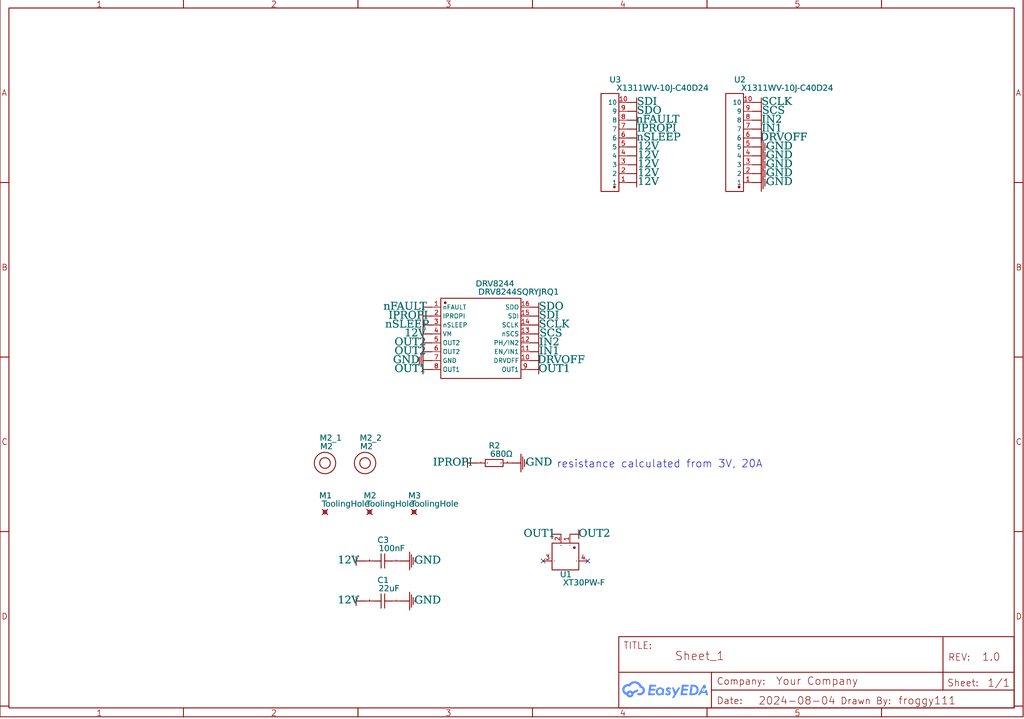
<source format=kicad_sch>
(kicad_sch (version 20231120) (generator "eeschema") (generator_version "8.0")
  (paper "User" 292.1 205.105)
  (lib_symbols
    (symbol "0603WAF6800T5E"
      (property "Reference" "R2" (at -1.4986 5.7785 0))
      (property "Value" "680Ω" (at -1.4986 3.4671 0))
      (symbol "0603WAF6800T5E_0_0"
        (pin input line (at -5.08 0 0) (length 2.54) (name "1") (number "1"))
        (pin input line (at 5.08 0 180) (length 2.54) (name "2") (number "2"))
      )
    )
    (symbol "12V" (power) (pin_numbers hide) (pin_names hide)
      (property "Value" "12V" (at 0 3.81 0))
      (symbol "12V_0_0"
        (pin power_in line (at 0 0 270) (length 0) (name "12V") (number "1"))
      )
    )
    (symbol "CL05B104KB54PNC"
      (property "Reference" "C3" (at -1.4986 6.7945 0))
      (property "Value" "100nF" (at -1.4986 4.4831 0))
      (symbol "CL05B104KB54PNC_0_0"
        (pin unspecified line (at -5.08 0 0) (length 2.54) (name "1") (number "1"))
        (pin unspecified line (at 5.08 0 180) (length 2.54) (name "2") (number "2"))
      )
    )
    (symbol "CL21A226MAQNNNE"
      (property "Reference" "C1" (at -1.4986 6.7691 0))
      (property "Value" "22uF" (at -1.4986 4.4831 0))
      (symbol "CL21A226MAQNNNE_0_0"
        (pin unspecified line (at -5.08 0 0) (length 2.54) (name "1") (number "1"))
        (pin unspecified line (at 5.08 0 180) (length 2.54) (name "2") (number "2"))
      )
    )
    (symbol "DRV8244SQRYJRQ1"
      (property "Reference" "DRV8244" (at -1.4478 16.4211 0))
      (property "Value" "DRV8244SQRYJRQ1" (at -1.4478 14.1351 0))
      (symbol "DRV8244SQRYJRQ1_0_0"
        (pin unspecified line (at -13.97 8.89 0) (length 2.54) (name "nFAULT") (number "1"))
        (pin unspecified line (at 13.97 -6.35 180) (length 2.54) (name "DRVOFF") (number "10"))
        (pin unspecified line (at 13.97 -3.81 180) (length 2.54) (name "EN/IN1") (number "11"))
        (pin unspecified line (at 13.97 -1.27 180) (length 2.54) (name "PH/IN2") (number "12"))
        (pin unspecified line (at 13.97 1.27 180) (length 2.54) (name "nSCS") (number "13"))
        (pin unspecified line (at 13.97 3.81 180) (length 2.54) (name "SCLK") (number "14"))
        (pin unspecified line (at 13.97 6.35 180) (length 2.54) (name "SDI") (number "15"))
        (pin unspecified line (at 13.97 8.89 180) (length 2.54) (name "SDO") (number "16"))
        (pin unspecified line (at -13.97 6.35 0) (length 2.54) (name "IPROPI") (number "2"))
        (pin unspecified line (at -13.97 3.81 0) (length 2.54) (name "nSLEEP") (number "3"))
        (pin unspecified line (at -13.97 1.27 0) (length 2.54) (name "VM") (number "4"))
        (pin unspecified line (at -13.97 -1.27 0) (length 2.54) (name "OUT2") (number "5"))
        (pin unspecified line (at -13.97 -3.81 0) (length 2.54) (name "OUT2") (number "6"))
        (pin unspecified line (at -13.97 -6.35 0) (length 2.54) (name "GND") (number "7"))
        (pin unspecified line (at -13.97 -8.89 0) (length 2.54) (name "OUT1") (number "8"))
        (pin unspecified line (at 13.97 -8.89 180) (length 2.54) (name "OUT1") (number "9"))
      )
    )
    (symbol "DRVOFF" (power) (pin_numbers hide) (pin_names hide)
      (property "Value" "DRVOFF" (at 0 3.81 0))
      (symbol "DRVOFF_0_0"
        (pin power_in line (at 0 0 270) (length 0) (name "DRVOFF") (number "1"))
      )
    )
    (symbol "GND" (power) (pin_numbers hide) (pin_names hide)
      (property "Value" "GND" (at 0 6.35 0))
      (symbol "GND_0_0"
        (pin power_in line (at 0 0 270) (length 0) (name "GND") (number "1"))
      )
    )
    (symbol "IN1" (power) (pin_numbers hide) (pin_names hide)
      (property "Value" "IN1" (at 0 3.81 0))
      (symbol "IN1_0_0"
        (pin power_in line (at 0 0 270) (length 0) (name "IN1") (number "1"))
      )
    )
    (symbol "IN2" (power) (pin_numbers hide) (pin_names hide)
      (property "Value" "IN2" (at 0 3.81 0))
      (symbol "IN2_0_0"
        (pin power_in line (at 0 0 270) (length 0) (name "IN2") (number "1"))
      )
    )
    (symbol "IPROPI" (power) (pin_numbers hide) (pin_names hide)
      (property "Value" "IPROPI" (at 0 3.81 0))
      (symbol "IPROPI_0_0"
        (pin power_in line (at 0 0 270) (length 0) (name "IPROPI") (number "1"))
      )
    )
    (symbol "M2"
      (property "Reference" "M2_1" (at -1.4986 7.9883 0))
      (property "Value" "M2" (at -1.4986 5.6261 0))
    )
    (symbol "M2_1"
      (property "Reference" "M2_2" (at -1.4986 7.9883 0))
      (property "Value" "M2" (at -1.4986 5.6261 0))
    )
    (symbol "OUT1" (power) (pin_numbers hide) (pin_names hide)
      (property "Value" "OUT1" (at 0 3.81 0))
      (symbol "OUT1_0_0"
        (pin power_in line (at 0 0 270) (length 0) (name "OUT1") (number "1"))
      )
    )
    (symbol "OUT2" (power) (pin_numbers hide) (pin_names hide)
      (property "Value" "OUT2" (at 0 3.81 0))
      (symbol "OUT2_0_0"
        (pin power_in line (at 0 0 270) (length 0) (name "OUT2") (number "1"))
      )
    )
    (symbol "SCLK" (power) (pin_numbers hide) (pin_names hide)
      (property "Value" "SCLK" (at 0 3.81 0))
      (symbol "SCLK_0_0"
        (pin power_in line (at 0 0 270) (length 0) (name "SCLK") (number "1"))
      )
    )
    (symbol "SCS" (power) (pin_numbers hide) (pin_names hide)
      (property "Value" "SCS" (at 0 3.81 0))
      (symbol "SCS_0_0"
        (pin power_in line (at 0 0 270) (length 0) (name "SCS") (number "1"))
      )
    )
    (symbol "SDI" (power) (pin_numbers hide) (pin_names hide)
      (property "Value" "SDI" (at 0 3.81 0))
      (symbol "SDI_0_0"
        (pin power_in line (at 0 0 270) (length 0) (name "SDI") (number "1"))
      )
    )
    (symbol "SDO" (power) (pin_numbers hide) (pin_names hide)
      (property "Value" "SDO" (at 0 3.81 0))
      (symbol "SDO_0_0"
        (pin power_in line (at 0 0 270) (length 0) (name "SDO") (number "1"))
      )
    )
    (symbol "ToolingHole"
      (property "Reference" "M3" (at -1.6256 5.4991 0))
      (property "Value" "ToolingHole" (at -1.6256 3.2131 0))
    )
    (symbol "ToolingHole_1"
      (property "Reference" "M2" (at -1.6256 5.4991 0))
      (property "Value" "ToolingHole" (at -1.6256 3.2131 0))
    )
    (symbol "ToolingHole_2"
      (property "Reference" "M1" (at -1.6256 5.4991 0))
      (property "Value" "ToolingHole" (at -1.6256 3.2131 0))
    )
    (symbol "Unknown_0_-806"
      (symbol "Unknown_0_-806_0_0"
        (text "1" (at 27.432 -202.6539 0) (effects (font (size 1.6891 1.6891)) (justify left top)))
        (text "1" (at 27.432 -0.4699 0) (effects (font (size 1.6891 1.6891)) (justify left top)))
        (text "1.0" (at 280.0604 -186.3471 0) (effects (font (size 2.1717 2.1717)) (justify left top)))
        (text "1/1" (at 281.5844 -193.7639 0) (effects (font (size 2.1717 2.1717)) (justify left top)))
        (text "2" (at 77.216 -202.6539 0) (effects (font (size 1.6891 1.6891)) (justify left top)))
        (text "2" (at 77.216 -0.4699 0) (effects (font (size 1.6891 1.6891)) (justify left top)))
        (text "2024-08-04" (at 216.3064 -198.8439 0) (effects (font (size 2.1717 2.1717)) (justify left top)))
        (text "3" (at 127 -202.6539 0) (effects (font (size 1.6891 1.6891)) (justify left top)))
        (text "3" (at 127 -0.4699 0) (effects (font (size 1.6891 1.6891)) (justify left top)))
        (text "4" (at 176.784 -202.6539 0) (effects (font (size 1.6891 1.6891)) (justify left top)))
        (text "4" (at 176.784 -0.4699 0) (effects (font (size 1.6891 1.6891)) (justify left top)))
        (text "5" (at 226.568 -202.6539 0) (effects (font (size 1.6891 1.6891)) (justify left top)))
        (text "5" (at 226.568 -0.4699 0) (effects (font (size 1.6891 1.6891)) (justify left top)))
        (text "A" (at 0.381 -25.7429 0) (effects (font (size 1.6891 1.6891)) (justify left top)))
        (text "A" (at 289.687 -25.7429 0) (effects (font (size 1.6891 1.6891)) (justify left top)))
        (text "B" (at 0.381 -75.5269 0) (effects (font (size 1.6891 1.6891)) (justify left top)))
        (text "B" (at 289.687 -75.5269 0) (effects (font (size 1.6891 1.6891)) (justify left top)))
        (text "C" (at 0.381 -125.3109 0) (effects (font (size 1.6891 1.6891)) (justify left top)))
        (text "C" (at 289.687 -125.3109 0) (effects (font (size 1.6891 1.6891)) (justify left top)))
        (text "Company:" (at 204.3684 -193.4464 0) (effects (font (size 1.9304 1.9304)) (justify left top)))
        (text "D" (at 0.381 -175.0949 0) (effects (font (size 1.6891 1.6891)) (justify left top)))
        (text "D" (at 289.687 -175.0949 0) (effects (font (size 1.6891 1.6891)) (justify left top)))
        (text "Date:" (at 204.3684 -198.9836 0) (effects (font (size 1.9304 1.9304)) (justify left top)))
        (text "Drawn By:" (at 239.6744 -199.0344 0) (effects (font (size 1.9304 1.9304)) (justify left top)))
        (text "froggy111" (at 256.1844 -198.7931 0) (effects (font (size 2.1717 2.1717)) (justify left top)))
        (text "REV:" (at 270.4084 -186.5884 0) (effects (font (size 1.9304 1.9304)) (justify left top)))
        (text "Sheet:" (at 270.1544 -193.9036 0) (effects (font (size 1.9304 1.9304)) (justify left top)))
        (text "Sheet_1" (at 192.4304 -185.928 0) (effects (font (size 2.413 2.413)) (justify left top)))
        (text "TITLE:" (at 177.7746 -183.2356 0) (effects (font (size 1.9304 1.9304)) (justify left top)))
        (text "Your Company" (at 221.2848 -193.2305 0) (effects (font (size 2.1717 2.1717)) (justify left top)))
      )
    )
    (symbol "X1311WV-10J-C40D24"
      (property "Reference" "U3" (at -2.6416 17.4625 0))
      (property "Value" "X1311WV-10J-C40D24" (at -2.6416 15.1511 0))
      (symbol "X1311WV-10J-C40D24_0_0"
        (pin unspecified line (at 2.54 -12.7 180) (length 2.54) (name "1") (number "1"))
        (pin unspecified line (at 2.54 10.16 180) (length 2.54) (name "10") (number "10"))
        (pin unspecified line (at 2.54 -10.16 180) (length 2.54) (name "2") (number "2"))
        (pin unspecified line (at 2.54 -7.62 180) (length 2.54) (name "3") (number "3"))
        (pin unspecified line (at 2.54 -5.08 180) (length 2.54) (name "4") (number "4"))
        (pin unspecified line (at 2.54 -2.54 180) (length 2.54) (name "5") (number "5"))
        (pin unspecified line (at 2.54 0 180) (length 2.54) (name "6") (number "6"))
        (pin unspecified line (at 2.54 2.54 180) (length 2.54) (name "7") (number "7"))
        (pin unspecified line (at 2.54 5.08 180) (length 2.54) (name "8") (number "8"))
        (pin unspecified line (at 2.54 7.62 180) (length 2.54) (name "9") (number "9"))
      )
    )
    (symbol "X1311WV-10J-C40D24_1"
      (property "Reference" "U2" (at -2.6416 17.4625 0))
      (property "Value" "X1311WV-10J-C40D24" (at -2.6416 15.1511 0))
      (symbol "X1311WV-10J-C40D24_1_0_0"
        (pin unspecified line (at 2.54 -12.7 180) (length 2.54) (name "1") (number "1"))
        (pin unspecified line (at 2.54 10.16 180) (length 2.54) (name "10") (number "10"))
        (pin unspecified line (at 2.54 -10.16 180) (length 2.54) (name "2") (number "2"))
        (pin unspecified line (at 2.54 -7.62 180) (length 2.54) (name "3") (number "3"))
        (pin unspecified line (at 2.54 -5.08 180) (length 2.54) (name "4") (number "4"))
        (pin unspecified line (at 2.54 -2.54 180) (length 2.54) (name "5") (number "5"))
        (pin unspecified line (at 2.54 0 180) (length 2.54) (name "6") (number "6"))
        (pin unspecified line (at 2.54 2.54 180) (length 2.54) (name "7") (number "7"))
        (pin unspecified line (at 2.54 5.08 180) (length 2.54) (name "8") (number "8"))
        (pin unspecified line (at 2.54 7.62 180) (length 2.54) (name "9") (number "9"))
      )
    )
    (symbol "XT30PW-F"
      (property "Reference" "U1" (at -1.4986 -5.5499 0))
      (property "Value" "XT30PW-F" (at -1.4986 -7.8359 0))
      (symbol "XT30PW-F_0_0"
        (pin unspecified line (at 1.27 5.08 270) (length 2.54) (name "1") (number "1"))
        (pin unspecified line (at -1.27 5.08 270) (length 2.54) (name "2") (number "2"))
        (pin unspecified line (at -6.35 -2.54 0) (length 2.54) (name "3") (number "3"))
        (pin unspecified line (at 6.35 -2.54 180) (length 2.54) (name "4") (number "4"))
      )
    )
    (symbol "nFAULT" (power) (pin_numbers hide) (pin_names hide)
      (property "Value" "nFAULT" (at 0 3.81 0))
      (symbol "nFAULT_0_0"
        (pin power_in line (at 0 0 270) (length 0) (name "nFAULT") (number "1"))
      )
    )
    (symbol "nSLEEP" (power) (pin_numbers hide) (pin_names hide)
      (property "Value" "nSLEEP" (at 0 3.81 0))
      (symbol "nSLEEP_0_0"
        (pin power_in line (at 0 0 270) (length 0) (name "nSLEEP") (number "1"))
      )
    )
  )
  (no_connect (at 167.64 160.02))
  (no_connect (at 154.94 160.02))
  (text "resistance calculated from 3V, 20A" (at 158.75 131.1783 0) (effects (font (size 2.1717 2.1717)) (justify left top)))
  (symbol (lib_id "CL21A226MAQNNNE") (at 109.22 171.45 0) (unit 0)
    (property "Reference" "C1" (at 107.7214 164.6809 0) (effects (font (size 1.6891 1.6891)) (justify left top)))
    (property "Value" "22uF" (at 107.7214 166.9669 0) (effects (font (size 1.6891 1.6891)) (justify left top)))
    (property "Manufacturer Part" "CL21A226MAQNNNE" (effects (hide yes)))
    (property "Manufacturer" "SAMSUNG(三星)" (effects (hide yes)))
    (property "Supplier Part" "C45783" (effects (hide yes)))
    (property "Supplier" "LCSC" (effects (hide yes)))
  )
  (symbol (lib_id "12V") (at 179.07 44.45 90) (mirror x) (unit 0)
    (property "Reference" "#PWR?" (effects (hide yes)))
    (property "Value" "12V" (at 181.737 45.4914 -270) (effects (font (size 2.1717 2.1717)) (justify right bottom)))
    (property "Description" "Power symbol creates a global label with name '12V'" (effects (hide yes)))
  )
  (symbol (lib_id "OUT2") (at 123.19 100.33 270) (mirror x) (unit 0)
    (property "Reference" "#PWR?" (effects (hide yes)))
    (property "Value" "OUT2" (at 112.7252 101.3714 -90) (effects (font (size 2.1717 2.1717)) (justify right bottom)))
    (property "Description" "Power symbol creates a global label with name 'OUT2'" (effects (hide yes)))
  )
  (symbol (lib_id "SDO") (at 151.13 87.63 90) (mirror x) (unit 0)
    (property "Reference" "#PWR?" (effects (hide yes)))
    (property "Value" "SDO" (at 153.797 88.6714 -270) (effects (font (size 2.1717 2.1717)) (justify right bottom)))
    (property "Description" "Power symbol creates a global label with name 'SDO'" (effects (hide yes)))
  )
  (symbol (lib_id "IPROPI") (at 179.07 36.83 90) (mirror x) (unit 0)
    (property "Reference" "#PWR?" (effects (hide yes)))
    (property "Value" "IPROPI" (at 181.737 37.8714 -270) (effects (font (size 2.1717 2.1717)) (justify right bottom)))
    (property "Description" "Power symbol creates a global label with name 'IPROPI'" (effects (hide yes)))
  )
  (symbol (lib_id "ToolingHole_1") (at 105.41 146.05 0) (unit 0)
    (property "Reference" "M2" (at 103.7844 140.5509 0) (effects (font (size 1.6891 1.6891)) (justify left top)))
    (property "Value" "ToolingHole" (at 103.7844 142.8369 0) (effects (font (size 1.6891 1.6891)) (justify left top)))
  )
  (symbol (lib_id "IN2") (at 151.13 97.79 90) (mirror x) (unit 0)
    (property "Reference" "#PWR?" (effects (hide yes)))
    (property "Value" "IN2" (at 153.797 98.8314 -270) (effects (font (size 2.1717 2.1717)) (justify right bottom)))
    (property "Description" "Power symbol creates a global label with name 'IN2'" (effects (hide yes)))
  )
  (symbol (lib_id "12V") (at 104.14 171.45 270) (mirror x) (unit 0)
    (property "Reference" "#PWR?" (effects (hide yes)))
    (property "Value" "12V" (at 96.2152 172.4914 -90) (effects (font (size 2.1717 2.1717)) (justify right bottom)))
    (property "Description" "Power symbol creates a global label with name '12V'" (effects (hide yes)))
  )
  (symbol (lib_id "XT30PW-F") (at 161.29 157.48 0) (unit 0)
    (property "Reference" "U1" (at 159.7914 163.0299 0) (effects (font (size 1.6891 1.6891)) (justify left top)))
    (property "Value" "XT30PW-F" (at 159.7914 165.3159 0) (effects (font (size 1.6891 1.6891)) (justify left top)))
    (property "Manufacturer Part" "XT30PW-F20.G.Y" (effects (hide yes)))
    (property "Manufacturer" "AMASS(艾迈斯)" (effects (hide yes)))
    (property "Supplier Part" "C2913282" (effects (hide yes)))
    (property "Supplier" "LCSC" (effects (hide yes)))
  )
  (symbol (lib_id "IN1") (at 214.63 36.83 90) (mirror x) (unit 0)
    (property "Reference" "#PWR?" (effects (hide yes)))
    (property "Value" "IN1" (at 217.297 37.8714 -270) (effects (font (size 2.1717 2.1717)) (justify right bottom)))
    (property "Description" "Power symbol creates a global label with name 'IN1'" (effects (hide yes)))
  )
  (symbol (lib_id "GND") (at 214.63 49.53 90) (unit 0)
    (property "Reference" "#PWR?" (effects (hide yes)))
    (property "Value" "GND" (at 218.821 50.5714 -90) (effects (font (size 2.1717 2.1717)) (justify left bottom)))
    (property "Description" "Power symbol creates a global label with name 'GND'" (effects (hide yes)))
  )
  (symbol (lib_id "ToolingHole_2") (at 92.71 146.05 0) (unit 0)
    (property "Reference" "M1" (at 91.0844 140.5509 0) (effects (font (size 1.6891 1.6891)) (justify left top)))
    (property "Value" "ToolingHole" (at 91.0844 142.8369 0) (effects (font (size 1.6891 1.6891)) (justify left top)))
  )
  (symbol (lib_id "12V") (at 179.07 46.99 90) (mirror x) (unit 0)
    (property "Reference" "#PWR?" (effects (hide yes)))
    (property "Value" "12V" (at 181.737 48.0314 -270) (effects (font (size 2.1717 2.1717)) (justify right bottom)))
    (property "Description" "Power symbol creates a global label with name '12V'" (effects (hide yes)))
  )
  (symbol (lib_id "OUT2") (at 123.19 97.79 270) (mirror x) (unit 0)
    (property "Reference" "#PWR?" (effects (hide yes)))
    (property "Value" "OUT2" (at 112.7252 98.8314 -90) (effects (font (size 2.1717 2.1717)) (justify right bottom)))
    (property "Description" "Power symbol creates a global label with name 'OUT2'" (effects (hide yes)))
  )
  (symbol (lib_id "IN1") (at 151.13 100.33 90) (mirror x) (unit 0)
    (property "Reference" "#PWR?" (effects (hide yes)))
    (property "Value" "IN1" (at 153.797 101.3714 -270) (effects (font (size 2.1717 2.1717)) (justify right bottom)))
    (property "Description" "Power symbol creates a global label with name 'IN1'" (effects (hide yes)))
  )
  (symbol (lib_id "0603WAF6800T5E") (at 140.97 132.08 0) (unit 0)
    (property "Reference" "R2" (at 139.4714 126.3015 0) (effects (font (size 1.6891 1.6891)) (justify left top)))
    (property "Value" "680Ω" (at 139.4714 128.6129 0) (effects (font (size 1.6891 1.6891)) (justify left top)))
    (property "Manufacturer Part" "0603WAF6800T5E" (effects (hide yes)))
    (property "Manufacturer" "UNI-ROYAL(厚声)" (effects (hide yes)))
    (property "Supplier Part" "C23228" (effects (hide yes)))
    (property "Supplier" "LCSC" (effects (hide yes)))
  )
  (symbol (lib_id "OUT2") (at 162.56 152.4 90) (mirror x) (unit 0)
    (property "Reference" "#PWR?" (effects (hide yes)))
    (property "Value" "OUT2" (at 165.227 153.4414 -270) (effects (font (size 2.1717 2.1717)) (justify right bottom)))
    (property "Description" "Power symbol creates a global label with name 'OUT2'" (effects (hide yes)))
  )
  (symbol (lib_id "X1311WV-10J-C40D24") (at 176.53 39.37 0) (unit 0)
    (property "Reference" "U3" (at 173.8884 21.9075 0) (effects (font (size 1.6891 1.6891)) (justify left top)))
    (property "Value" "X1311WV-10J-C40D24" (at 173.8884 24.2189 0) (effects (font (size 1.6891 1.6891)) (justify left top)))
    (property "Manufacturer Part" "X1311WV-10J-C40D24" (effects (hide yes)))
    (property "Manufacturer" "XKB Connection(中国星坤)" (effects (hide yes)))
    (property "Supplier Part" "C5243690" (effects (hide yes)))
    (property "Supplier" "LCSC" (effects (hide yes)))
  )
  (symbol (lib_id "12V") (at 179.07 49.53 90) (mirror x) (unit 0)
    (property "Reference" "#PWR?" (effects (hide yes)))
    (property "Value" "12V" (at 181.737 50.5714 -270) (effects (font (size 2.1717 2.1717)) (justify right bottom)))
    (property "Description" "Power symbol creates a global label with name '12V'" (effects (hide yes)))
  )
  (symbol (lib_id "nFAULT") (at 123.19 87.63 270) (mirror x) (unit 0)
    (property "Reference" "#PWR?" (effects (hide yes)))
    (property "Value" "nFAULT" (at 109.6772 88.6714 -90) (effects (font (size 2.1717 2.1717)) (justify right bottom)))
    (property "Description" "Power symbol creates a global label with name 'nFAULT'" (effects (hide yes)))
  )
  (symbol (lib_id "12V") (at 179.07 41.91 90) (mirror x) (unit 0)
    (property "Reference" "#PWR?" (effects (hide yes)))
    (property "Value" "12V" (at 181.737 42.9514 -270) (effects (font (size 2.1717 2.1717)) (justify right bottom)))
    (property "Description" "Power symbol creates a global label with name '12V'" (effects (hide yes)))
  )
  (symbol (lib_id "X1311WV-10J-C40D24_1") (at 212.09 39.37 0) (unit 0)
    (property "Reference" "U2" (at 209.4484 21.9075 0) (effects (font (size 1.6891 1.6891)) (justify left top)))
    (property "Value" "X1311WV-10J-C40D24" (at 209.4484 24.2189 0) (effects (font (size 1.6891 1.6891)) (justify left top)))
    (property "Manufacturer Part" "X1311WV-10J-C40D24" (effects (hide yes)))
    (property "Manufacturer" "XKB Connection(中国星坤)" (effects (hide yes)))
    (property "Supplier Part" "C5243690" (effects (hide yes)))
    (property "Supplier" "LCSC" (effects (hide yes)))
  )
  (symbol (lib_id "DRVOFF") (at 214.63 39.37 90) (mirror x) (unit 0)
    (property "Reference" "#PWR?" (effects (hide yes)))
    (property "Value" "DRVOFF" (at 217.297 40.4114 -270) (effects (font (size 2.1717 2.1717)) (justify right bottom)))
    (property "Description" "Power symbol creates a global label with name 'DRVOFF'" (effects (hide yes)))
  )
  (symbol (lib_id "SCLK") (at 214.63 29.21 90) (mirror x) (unit 0)
    (property "Reference" "#PWR?" (effects (hide yes)))
    (property "Value" "SCLK" (at 217.297 30.2514 -270) (effects (font (size 2.1717 2.1717)) (justify right bottom)))
    (property "Description" "Power symbol creates a global label with name 'SCLK'" (effects (hide yes)))
  )
  (symbol (lib_id "nFAULT") (at 179.07 34.29 90) (mirror x) (unit 0)
    (property "Reference" "#PWR?" (effects (hide yes)))
    (property "Value" "nFAULT" (at 181.737 35.3314 -270) (effects (font (size 2.1717 2.1717)) (justify right bottom)))
    (property "Description" "Power symbol creates a global label with name 'nFAULT'" (effects (hide yes)))
  )
  (symbol (lib_id "Unknown_0_-806") (at 0 -0.254 0) (unit 0)
    (property "Reference" "A" (effects (hide yes)))
    (property "Value" "A" (effects (hide yes)))
    (property "Manufacturer Part" "?" (effects (hide yes)))
  )
  (symbol (lib_id "IPROPI") (at 123.19 90.17 270) (mirror x) (unit 0)
    (property "Reference" "#PWR?" (effects (hide yes)))
    (property "Value" "IPROPI" (at 110.8456 91.2368 -90) (effects (font (size 2.1717 2.1717)) (justify right bottom)))
    (property "Description" "Power symbol creates a global label with name 'IPROPI'" (effects (hide yes)))
  )
  (symbol (lib_id "ToolingHole") (at 118.11 146.05 0) (unit 0)
    (property "Reference" "M3" (at 116.4844 140.5509 0) (effects (font (size 1.6891 1.6891)) (justify left top)))
    (property "Value" "ToolingHole" (at 116.4844 142.8369 0) (effects (font (size 1.6891 1.6891)) (justify left top)))
  )
  (symbol (lib_id "SCS") (at 214.63 31.75 90) (mirror x) (unit 0)
    (property "Reference" "#PWR?" (effects (hide yes)))
    (property "Value" "SCS" (at 217.297 32.7914 -270) (effects (font (size 2.1717 2.1717)) (justify right bottom)))
    (property "Description" "Power symbol creates a global label with name 'SCS'" (effects (hide yes)))
  )
  (symbol (lib_id "OUT1") (at 160.02 152.4 270) (mirror x) (unit 0)
    (property "Reference" "#PWR?" (effects (hide yes)))
    (property "Value" "OUT1" (at 149.5552 153.4414 -90) (effects (font (size 2.1717 2.1717)) (justify right bottom)))
    (property "Description" "Power symbol creates a global label with name 'OUT1'" (effects (hide yes)))
  )
  (symbol (lib_id "M2") (at 92.71 132.08 0) (unit 0)
    (property "Reference" "M2_1" (at 91.2114 124.0917 0) (effects (font (size 1.6891 1.6891)) (justify left top)))
    (property "Value" "M2" (at 91.2114 126.4539 0) (effects (font (size 1.6891 1.6891)) (justify left top)))
  )
  (symbol (lib_id "IPROPI") (at 135.89 132.08 270) (mirror x) (unit 0)
    (property "Reference" "#PWR?" (effects (hide yes)))
    (property "Value" "IPROPI" (at 123.5456 133.1468 -90) (effects (font (size 2.1717 2.1717)) (justify right bottom)))
    (property "Description" "Power symbol creates a global label with name 'IPROPI'" (effects (hide yes)))
  )
  (symbol (lib_id "DRV8244SQRYJRQ1") (at 137.16 96.52 0) (unit 0)
    (property "Reference" "DRV8244" (at 135.7122 80.0989 0) (effects (font (size 1.6891 1.6891)) (justify left top)))
    (property "Value" "DRV8244SQRYJRQ1" (at 135.7122 82.3849 0) (effects (font (size 1.6891 1.6891)) (justify left top)))
    (property "Manufacturer Part" "DRV8244SQRYJRQ1" (effects (hide yes)))
    (property "Manufacturer" "TI(德州仪器)" (effects (hide yes)))
    (property "Supplier Part" "C3681071" (effects (hide yes)))
    (property "Supplier" "LCSC" (effects (hide yes)))
  )
  (symbol (lib_id "GND") (at 214.63 44.45 90) (unit 0)
    (property "Reference" "#PWR?" (effects (hide yes)))
    (property "Value" "GND" (at 218.821 45.4914 -90) (effects (font (size 2.1717 2.1717)) (justify left bottom)))
    (property "Description" "Power symbol creates a global label with name 'GND'" (effects (hide yes)))
  )
  (symbol (lib_id "M2_1") (at 104.14 132.08 0) (unit 0)
    (property "Reference" "M2_2" (at 102.6414 124.0917 0) (effects (font (size 1.6891 1.6891)) (justify left top)))
    (property "Value" "M2" (at 102.6414 126.4539 0) (effects (font (size 1.6891 1.6891)) (justify left top)))
  )
  (symbol (lib_id "GND") (at 114.3 160.02 90) (unit 0)
    (property "Reference" "#PWR?" (effects (hide yes)))
    (property "Value" "GND" (at 118.491 161.0868 -90) (effects (font (size 2.1717 2.1717)) (justify left bottom)))
    (property "Description" "Power symbol creates a global label with name 'GND'" (effects (hide yes)))
  )
  (symbol (lib_id "SDI") (at 151.13 90.17 90) (mirror x) (unit 0)
    (property "Reference" "#PWR?" (effects (hide yes)))
    (property "Value" "SDI" (at 153.797 91.2114 -270) (effects (font (size 2.1717 2.1717)) (justify right bottom)))
    (property "Description" "Power symbol creates a global label with name 'SDI'" (effects (hide yes)))
  )
  (symbol (lib_id "12V") (at 123.19 95.25 270) (mirror x) (unit 0)
    (property "Reference" "#PWR?" (effects (hide yes)))
    (property "Value" "12V" (at 115.2652 96.2914 -90) (effects (font (size 2.1717 2.1717)) (justify right bottom)))
    (property "Description" "Power symbol creates a global label with name '12V'" (effects (hide yes)))
  )
  (symbol (lib_id "GND") (at 214.63 41.91 90) (unit 0)
    (property "Reference" "#PWR?" (effects (hide yes)))
    (property "Value" "GND" (at 218.821 42.9514 -90) (effects (font (size 2.1717 2.1717)) (justify left bottom)))
    (property "Description" "Power symbol creates a global label with name 'GND'" (effects (hide yes)))
  )
  (symbol (lib_id "GND") (at 123.19 102.87 270) (unit 0)
    (property "Reference" "#PWR?" (effects (hide yes)))
    (property "Value" "GND" (at 112.395 103.9114 -270) (effects (font (size 2.1717 2.1717)) (justify left bottom)))
    (property "Description" "Power symbol creates a global label with name 'GND'" (effects (hide yes)))
  )
  (symbol (lib_id "GND") (at 214.63 52.07 90) (unit 0)
    (property "Reference" "#PWR?" (effects (hide yes)))
    (property "Value" "GND" (at 218.821 53.1114 -90) (effects (font (size 2.1717 2.1717)) (justify left bottom)))
    (property "Description" "Power symbol creates a global label with name 'GND'" (effects (hide yes)))
  )
  (symbol (lib_id "SDO") (at 179.07 31.75 90) (mirror x) (unit 0)
    (property "Reference" "#PWR?" (effects (hide yes)))
    (property "Value" "SDO" (at 181.737 32.7914 -270) (effects (font (size 2.1717 2.1717)) (justify right bottom)))
    (property "Description" "Power symbol creates a global label with name 'SDO'" (effects (hide yes)))
  )
  (symbol (lib_id "GND") (at 214.63 46.99 90) (unit 0)
    (property "Reference" "#PWR?" (effects (hide yes)))
    (property "Value" "GND" (at 218.821 48.0314 -90) (effects (font (size 2.1717 2.1717)) (justify left bottom)))
    (property "Description" "Power symbol creates a global label with name 'GND'" (effects (hide yes)))
  )
  (symbol (lib_id "GND") (at 146.05 132.08 90) (unit 0)
    (property "Reference" "#PWR?" (effects (hide yes)))
    (property "Value" "GND" (at 150.241 133.1214 -90) (effects (font (size 2.1717 2.1717)) (justify left bottom)))
    (property "Description" "Power symbol creates a global label with name 'GND'" (effects (hide yes)))
  )
  (symbol (lib_id "IN2") (at 214.63 34.29 90) (mirror x) (unit 0)
    (property "Reference" "#PWR?" (effects (hide yes)))
    (property "Value" "IN2" (at 217.297 35.3314 -270) (effects (font (size 2.1717 2.1717)) (justify right bottom)))
    (property "Description" "Power symbol creates a global label with name 'IN2'" (effects (hide yes)))
  )
  (symbol (lib_id "CL05B104KB54PNC") (at 109.22 160.02 0) (unit 0)
    (property "Reference" "C3" (at 107.7214 153.2255 0) (effects (font (size 1.6891 1.6891)) (justify left top)))
    (property "Value" "100nF" (at 107.7214 155.5369 0) (effects (font (size 1.6891 1.6891)) (justify left top)))
    (property "Manufacturer Part" "CL05B104KB54PNC" (effects (hide yes)))
    (property "Manufacturer" "SAMSUNG(三星)" (effects (hide yes)))
    (property "Supplier Part" "C307331" (effects (hide yes)))
    (property "Supplier" "LCSC" (effects (hide yes)))
  )
  (symbol (lib_id "SCLK") (at 151.13 92.71 90) (mirror x) (unit 0)
    (property "Reference" "#PWR?" (effects (hide yes)))
    (property "Value" "SCLK" (at 153.797 93.7514 -270) (effects (font (size 2.1717 2.1717)) (justify right bottom)))
    (property "Description" "Power symbol creates a global label with name 'SCLK'" (effects (hide yes)))
  )
  (symbol (lib_id "nSLEEP") (at 123.19 92.71 270) (mirror x) (unit 0)
    (property "Reference" "#PWR?" (effects (hide yes)))
    (property "Value" "nSLEEP" (at 110.0074 93.7768 -90) (effects (font (size 2.1717 2.1717)) (justify right bottom)))
    (property "Description" "Power symbol creates a global label with name 'nSLEEP'" (effects (hide yes)))
  )
  (symbol (lib_id "OUT1") (at 123.19 105.41 270) (mirror x) (unit 0)
    (property "Reference" "#PWR?" (effects (hide yes)))
    (property "Value" "OUT1" (at 112.7252 106.4514 -90) (effects (font (size 2.1717 2.1717)) (justify right bottom)))
    (property "Description" "Power symbol creates a global label with name 'OUT1'" (effects (hide yes)))
  )
  (symbol (lib_id "DRVOFF") (at 151.13 102.87 90) (mirror x) (unit 0)
    (property "Reference" "#PWR?" (effects (hide yes)))
    (property "Value" "DRVOFF" (at 153.797 103.9114 -270) (effects (font (size 2.1717 2.1717)) (justify right bottom)))
    (property "Description" "Power symbol creates a global label with name 'DRVOFF'" (effects (hide yes)))
  )
  (symbol (lib_id "GND") (at 114.3 171.45 90) (unit 0)
    (property "Reference" "#PWR?" (effects (hide yes)))
    (property "Value" "GND" (at 118.491 172.4914 -90) (effects (font (size 2.1717 2.1717)) (justify left bottom)))
    (property "Description" "Power symbol creates a global label with name 'GND'" (effects (hide yes)))
  )
  (symbol (lib_id "OUT1") (at 151.13 105.41 90) (mirror x) (unit 0)
    (property "Reference" "#PWR?" (effects (hide yes)))
    (property "Value" "OUT1" (at 153.797 106.4514 -270) (effects (font (size 2.1717 2.1717)) (justify right bottom)))
    (property "Description" "Power symbol creates a global label with name 'OUT1'" (effects (hide yes)))
  )
  (symbol (lib_id "12V") (at 179.07 52.07 90) (mirror x) (unit 0)
    (property "Reference" "#PWR?" (effects (hide yes)))
    (property "Value" "12V" (at 181.737 53.1114 -270) (effects (font (size 2.1717 2.1717)) (justify right bottom)))
    (property "Description" "Power symbol creates a global label with name '12V'" (effects (hide yes)))
  )
  (symbol (lib_id "12V") (at 104.14 160.02 270) (mirror x) (unit 0)
    (property "Reference" "#PWR?" (effects (hide yes)))
    (property "Value" "12V" (at 96.2152 161.0614 -90) (effects (font (size 2.1717 2.1717)) (justify right bottom)))
    (property "Description" "Power symbol creates a global label with name '12V'" (effects (hide yes)))
  )
  (symbol (lib_id "SCS") (at 151.13 95.25 90) (mirror x) (unit 0)
    (property "Reference" "#PWR?" (effects (hide yes)))
    (property "Value" "SCS" (at 153.797 96.2914 -270) (effects (font (size 2.1717 2.1717)) (justify right bottom)))
    (property "Description" "Power symbol creates a global label with name 'SCS'" (effects (hide yes)))
  )
  (symbol (lib_id "SDI") (at 179.07 29.21 90) (mirror x) (unit 0)
    (property "Reference" "#PWR?" (effects (hide yes)))
    (property "Value" "SDI" (at 181.737 30.2514 -270) (effects (font (size 2.1717 2.1717)) (justify right bottom)))
    (property "Description" "Power symbol creates a global label with name 'SDI'" (effects (hide yes)))
  )
  (symbol (lib_id "nSLEEP") (at 179.07 39.37 90) (mirror x) (unit 0)
    (property "Reference" "#PWR?" (effects (hide yes)))
    (property "Value" "nSLEEP" (at 181.737 40.4114 -270) (effects (font (size 2.1717 2.1717)) (justify right bottom)))
    (property "Description" "Power symbol creates a global label with name 'nSLEEP'" (effects (hide yes)))
  )
)
</source>
